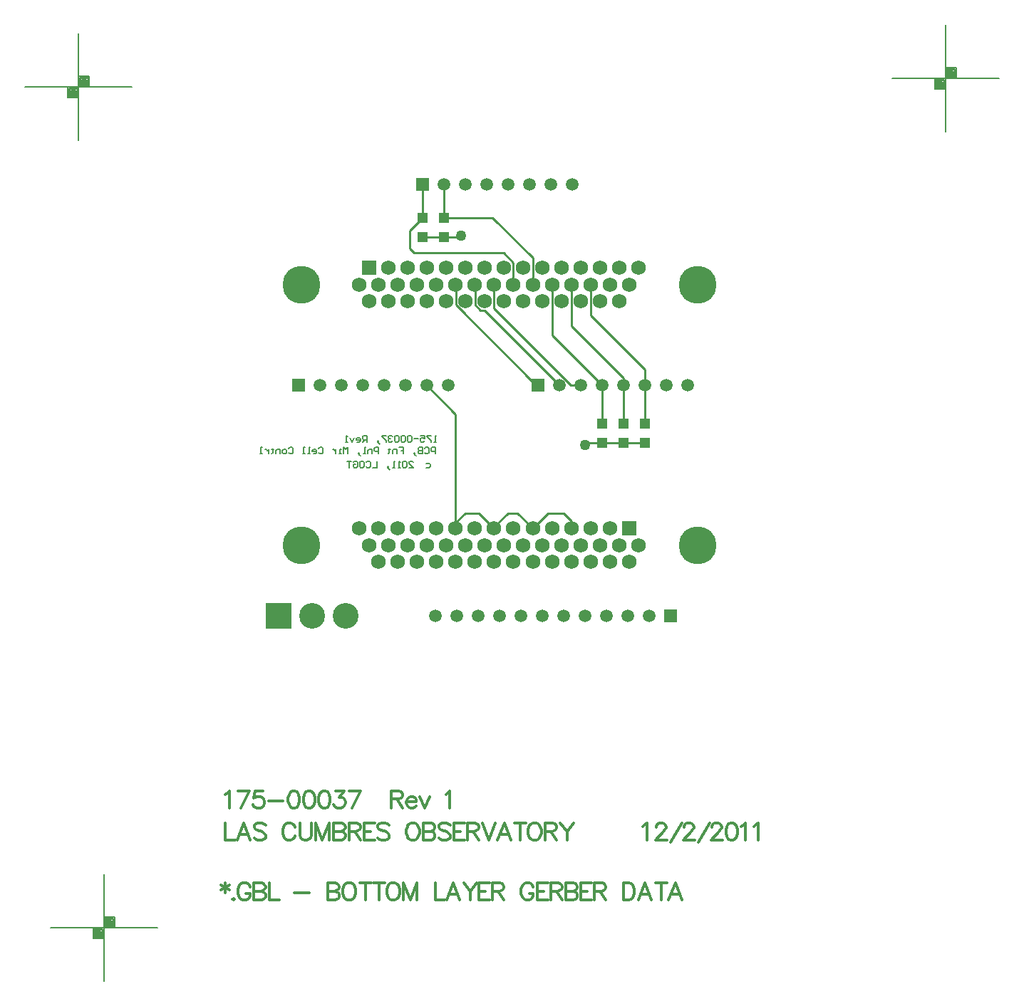
<source format=gbl>
%FSLAX23Y23*%
%MOIN*%
G70*
G01*
G75*
G04 Layer_Physical_Order=4*
G04 Layer_Color=16711680*
%ADD10C,0.010*%
%ADD11C,0.012*%
%ADD12C,0.008*%
%ADD13C,0.012*%
%ADD14C,0.012*%
%ADD15C,0.069*%
%ADD16R,0.069X0.069*%
%ADD17C,0.177*%
%ADD18C,0.059*%
%ADD19R,0.059X0.059*%
%ADD20C,0.120*%
%ADD21R,0.120X0.120*%
%ADD22C,0.050*%
%ADD23C,0.040*%
%ADD24C,0.087*%
G04:AMPARAMS|DCode=25|XSize=87.244mil|YSize=87.244mil|CornerRadius=0mil|HoleSize=0mil|Usage=FLASHONLY|Rotation=0.000|XOffset=0mil|YOffset=0mil|HoleType=Round|Shape=Relief|Width=10mil|Gap=10mil|Entries=4|*
%AMTHD25*
7,0,0,0.087,0.067,0.010,45*
%
%ADD25THD25*%
%ADD26C,0.162*%
%ADD27C,0.075*%
G04:AMPARAMS|DCode=28|XSize=110mil|YSize=110mil|CornerRadius=0mil|HoleSize=0mil|Usage=FLASHONLY|Rotation=0.000|XOffset=0mil|YOffset=0mil|HoleType=Round|Shape=Relief|Width=10mil|Gap=10mil|Entries=4|*
%AMTHD28*
7,0,0,0.110,0.090,0.010,45*
%
%ADD28THD28*%
%ADD29C,0.110*%
%ADD30C,0.068*%
G04:AMPARAMS|DCode=31|XSize=68mil|YSize=68mil|CornerRadius=0mil|HoleSize=0mil|Usage=FLASHONLY|Rotation=0.000|XOffset=0mil|YOffset=0mil|HoleType=Round|Shape=Relief|Width=10mil|Gap=10mil|Entries=4|*
%AMTHD31*
7,0,0,0.068,0.048,0.010,45*
%
%ADD31THD31*%
%ADD32R,0.050X0.050*%
%ADD33C,0.005*%
D10*
X46360Y35661D02*
Y35734D01*
Y35480D02*
Y35661D01*
X46107Y35987D02*
X46360Y35734D01*
X46107Y35987D02*
Y36133D01*
X46017Y35939D02*
Y36133D01*
X45927Y35894D02*
Y36133D01*
X45656Y36020D02*
X45975Y35701D01*
X45610Y36011D02*
X45960Y35661D01*
X45477Y36037D02*
X45852Y35661D01*
X45477Y36037D02*
Y36132D01*
X45852Y35661D02*
X45860D01*
X46260D02*
Y35696D01*
Y35480D02*
Y35661D01*
X46017Y35939D02*
X46260Y35696D01*
X46160Y35480D02*
Y35661D01*
X45927Y35894D02*
X46160Y35661D01*
X45656Y36020D02*
Y36133D01*
X46016Y35661D02*
X46060D01*
X45976Y35701D02*
X46016Y35661D01*
X45975Y35701D02*
X45976D01*
X45593Y36011D02*
X45610D01*
X45567Y36037D02*
X45593Y36011D01*
X45567Y36037D02*
Y36132D01*
X45566Y36133D02*
X45567Y36132D01*
X45476Y36133D02*
X45477Y36132D01*
X45320Y36445D02*
Y36600D01*
X45420Y36445D02*
Y36600D01*
Y36355D02*
X45494D01*
X45320D02*
X45420D01*
Y36445D02*
X45649D01*
X45837Y36258D01*
X45494Y36355D02*
X45500Y36361D01*
X46260Y35390D02*
X46360D01*
X46160D02*
X46260D01*
X46089D02*
X46160D01*
X46080Y35381D02*
X46089Y35390D01*
X45837Y36133D02*
Y36258D01*
X45260Y36385D02*
X45320Y36445D01*
X45260Y36301D02*
Y36385D01*
Y36301D02*
X45280Y36281D01*
X45700D01*
X45746Y36235D01*
Y36134D02*
Y36235D01*
Y36134D02*
X45746Y36133D01*
X45340Y35661D02*
X45476Y35525D01*
Y35017D02*
Y35525D01*
Y35017D02*
X45520Y35061D01*
X45586D01*
X45656Y34991D01*
Y34997D01*
X45720Y35061D01*
X45766D01*
X45837Y34991D01*
X45907Y35061D01*
X45980D01*
X46017Y35024D01*
Y34991D02*
Y35024D01*
D11*
X44398Y33331D02*
Y33285D01*
X44378Y33320D02*
X44417Y33297D01*
Y33320D02*
X44378Y33297D01*
X44437Y33259D02*
X44433Y33255D01*
X44437Y33251D01*
X44441Y33255D01*
X44437Y33259D01*
X44515Y33312D02*
X44511Y33320D01*
X44504Y33327D01*
X44496Y33331D01*
X44481D01*
X44473Y33327D01*
X44466Y33320D01*
X44462Y33312D01*
X44458Y33301D01*
Y33281D01*
X44462Y33270D01*
X44466Y33262D01*
X44473Y33255D01*
X44481Y33251D01*
X44496D01*
X44504Y33255D01*
X44511Y33262D01*
X44515Y33270D01*
Y33281D01*
X44496D02*
X44515D01*
X44533Y33331D02*
Y33251D01*
Y33331D02*
X44568D01*
X44579Y33327D01*
X44583Y33323D01*
X44587Y33316D01*
Y33308D01*
X44583Y33301D01*
X44579Y33297D01*
X44568Y33293D01*
X44533D02*
X44568D01*
X44579Y33289D01*
X44583Y33285D01*
X44587Y33278D01*
Y33266D01*
X44583Y33259D01*
X44579Y33255D01*
X44568Y33251D01*
X44533D01*
X44605Y33331D02*
Y33251D01*
X44650D01*
X44722Y33285D02*
X44791D01*
X44877Y33331D02*
Y33251D01*
Y33331D02*
X44911D01*
X44923Y33327D01*
X44927Y33323D01*
X44930Y33316D01*
Y33308D01*
X44927Y33301D01*
X44923Y33297D01*
X44911Y33293D01*
X44877D02*
X44911D01*
X44923Y33289D01*
X44927Y33285D01*
X44930Y33278D01*
Y33266D01*
X44927Y33259D01*
X44923Y33255D01*
X44911Y33251D01*
X44877D01*
X44971Y33331D02*
X44963Y33327D01*
X44956Y33320D01*
X44952Y33312D01*
X44948Y33301D01*
Y33281D01*
X44952Y33270D01*
X44956Y33262D01*
X44963Y33255D01*
X44971Y33251D01*
X44986D01*
X44994Y33255D01*
X45002Y33262D01*
X45005Y33270D01*
X45009Y33281D01*
Y33301D01*
X45005Y33312D01*
X45002Y33320D01*
X44994Y33327D01*
X44986Y33331D01*
X44971D01*
X45055D02*
Y33251D01*
X45028Y33331D02*
X45081D01*
X45117D02*
Y33251D01*
X45091Y33331D02*
X45144D01*
X45176D02*
X45169Y33327D01*
X45161Y33320D01*
X45157Y33312D01*
X45154Y33301D01*
Y33281D01*
X45157Y33270D01*
X45161Y33262D01*
X45169Y33255D01*
X45176Y33251D01*
X45192D01*
X45199Y33255D01*
X45207Y33262D01*
X45211Y33270D01*
X45214Y33281D01*
Y33301D01*
X45211Y33312D01*
X45207Y33320D01*
X45199Y33327D01*
X45192Y33331D01*
X45176D01*
X45233D02*
Y33251D01*
Y33331D02*
X45264Y33251D01*
X45294Y33331D02*
X45264Y33251D01*
X45294Y33331D02*
Y33251D01*
X45380Y33331D02*
Y33251D01*
X45425D01*
X45495D02*
X45465Y33331D01*
X45434Y33251D01*
X45446Y33278D02*
X45484D01*
X45514Y33331D02*
X45544Y33293D01*
Y33251D01*
X45575Y33331D02*
X45544Y33293D01*
X45635Y33331D02*
X45585D01*
Y33251D01*
X45635D01*
X45585Y33293D02*
X45616D01*
X45648Y33331D02*
Y33251D01*
Y33331D02*
X45682D01*
X45694Y33327D01*
X45697Y33323D01*
X45701Y33316D01*
Y33308D01*
X45697Y33301D01*
X45694Y33297D01*
X45682Y33293D01*
X45648D01*
X45675D02*
X45701Y33251D01*
X45839Y33312D02*
X45835Y33320D01*
X45828Y33327D01*
X45820Y33331D01*
X45805D01*
X45797Y33327D01*
X45790Y33320D01*
X45786Y33312D01*
X45782Y33301D01*
Y33281D01*
X45786Y33270D01*
X45790Y33262D01*
X45797Y33255D01*
X45805Y33251D01*
X45820D01*
X45828Y33255D01*
X45835Y33262D01*
X45839Y33270D01*
Y33281D01*
X45820D02*
X45839D01*
X45907Y33331D02*
X45857D01*
Y33251D01*
X45907D01*
X45857Y33293D02*
X45888D01*
X45920Y33331D02*
Y33251D01*
Y33331D02*
X45955D01*
X45966Y33327D01*
X45970Y33323D01*
X45974Y33316D01*
Y33308D01*
X45970Y33301D01*
X45966Y33297D01*
X45955Y33293D01*
X45920D01*
X45947D02*
X45974Y33251D01*
X45991Y33331D02*
Y33251D01*
Y33331D02*
X46026D01*
X46037Y33327D01*
X46041Y33323D01*
X46045Y33316D01*
Y33308D01*
X46041Y33301D01*
X46037Y33297D01*
X46026Y33293D01*
X45991D02*
X46026D01*
X46037Y33289D01*
X46041Y33285D01*
X46045Y33278D01*
Y33266D01*
X46041Y33259D01*
X46037Y33255D01*
X46026Y33251D01*
X45991D01*
X46112Y33331D02*
X46063D01*
Y33251D01*
X46112D01*
X46063Y33293D02*
X46093D01*
X46126Y33331D02*
Y33251D01*
Y33331D02*
X46160D01*
X46171Y33327D01*
X46175Y33323D01*
X46179Y33316D01*
Y33308D01*
X46175Y33301D01*
X46171Y33297D01*
X46160Y33293D01*
X46126D01*
X46152D02*
X46179Y33251D01*
X46260Y33331D02*
Y33251D01*
Y33331D02*
X46286D01*
X46298Y33327D01*
X46305Y33320D01*
X46309Y33312D01*
X46313Y33301D01*
Y33281D01*
X46309Y33270D01*
X46305Y33262D01*
X46298Y33255D01*
X46286Y33251D01*
X46260D01*
X46392D02*
X46361Y33331D01*
X46331Y33251D01*
X46342Y33278D02*
X46380D01*
X46437Y33331D02*
Y33251D01*
X46410Y33331D02*
X46464D01*
X46534Y33251D02*
X46504Y33331D01*
X46473Y33251D01*
X46485Y33278D02*
X46523D01*
D12*
X47518Y37098D02*
X48018D01*
X47768Y36848D02*
Y37348D01*
X47818Y37098D02*
Y37148D01*
X47768D02*
X47818D01*
X47718Y37048D02*
Y37098D01*
Y37048D02*
X47768D01*
X47723Y37093D02*
X47763D01*
X47723Y37053D02*
Y37093D01*
Y37053D02*
X47763D01*
Y37093D01*
X47728Y37088D02*
X47758D01*
X47728Y37058D02*
Y37088D01*
Y37058D02*
X47758D01*
Y37083D01*
X47733D02*
X47753D01*
X47733Y37063D02*
Y37083D01*
Y37063D02*
X47753D01*
Y37078D01*
X47738D02*
X47748D01*
X47738Y37068D02*
Y37078D01*
Y37068D02*
X47748D01*
Y37078D01*
X47738Y37073D02*
X47748D01*
X47773Y37143D02*
X47813D01*
X47773Y37103D02*
Y37143D01*
Y37103D02*
X47813D01*
Y37143D01*
X47778Y37138D02*
X47808D01*
X47778Y37108D02*
Y37138D01*
Y37108D02*
X47808D01*
Y37133D01*
X47783D02*
X47803D01*
X47783Y37113D02*
Y37133D01*
Y37113D02*
X47803D01*
Y37128D01*
X47788D02*
X47798D01*
X47788Y37118D02*
Y37128D01*
Y37118D02*
X47798D01*
Y37128D01*
X47788Y37123D02*
X47798D01*
X43463Y37058D02*
X43963D01*
X43713Y36808D02*
Y37308D01*
X43763Y37058D02*
Y37108D01*
X43713D02*
X43763D01*
X43663Y37008D02*
Y37058D01*
Y37008D02*
X43713D01*
X43668Y37053D02*
X43708D01*
X43668Y37013D02*
Y37053D01*
Y37013D02*
X43708D01*
Y37053D01*
X43673Y37048D02*
X43703D01*
X43673Y37018D02*
Y37048D01*
Y37018D02*
X43703D01*
Y37043D01*
X43678D02*
X43698D01*
X43678Y37023D02*
Y37043D01*
Y37023D02*
X43698D01*
Y37038D01*
X43683D02*
X43693D01*
X43683Y37028D02*
Y37038D01*
Y37028D02*
X43693D01*
Y37038D01*
X43683Y37033D02*
X43693D01*
X43718Y37103D02*
X43758D01*
X43718Y37063D02*
Y37103D01*
Y37063D02*
X43758D01*
Y37103D01*
X43723Y37098D02*
X43753D01*
X43723Y37068D02*
Y37098D01*
Y37068D02*
X43753D01*
Y37093D01*
X43728D02*
X43748D01*
X43728Y37073D02*
Y37093D01*
Y37073D02*
X43748D01*
Y37088D01*
X43733D02*
X43743D01*
X43733Y37078D02*
Y37088D01*
Y37078D02*
X43743D01*
Y37088D01*
X43733Y37083D02*
X43743D01*
X43581Y33121D02*
X44081D01*
X43831Y32871D02*
Y33371D01*
X43881Y33121D02*
Y33171D01*
X43831D02*
X43881D01*
X43781Y33071D02*
Y33121D01*
Y33071D02*
X43831D01*
X43786Y33116D02*
X43826D01*
X43786Y33076D02*
Y33116D01*
Y33076D02*
X43826D01*
Y33116D01*
X43791Y33111D02*
X43821D01*
X43791Y33081D02*
Y33111D01*
Y33081D02*
X43821D01*
Y33106D01*
X43796D02*
X43816D01*
X43796Y33086D02*
Y33106D01*
Y33086D02*
X43816D01*
Y33101D01*
X43801D02*
X43811D01*
X43801Y33091D02*
Y33101D01*
Y33091D02*
X43811D01*
Y33101D01*
X43801Y33096D02*
X43811D01*
X43836Y33166D02*
X43876D01*
X43836Y33126D02*
Y33166D01*
Y33126D02*
X43876D01*
Y33166D01*
X43841Y33161D02*
X43871D01*
X43841Y33131D02*
Y33161D01*
Y33131D02*
X43871D01*
Y33156D01*
X43846D02*
X43866D01*
X43846Y33136D02*
Y33156D01*
Y33136D02*
X43866D01*
Y33151D01*
X43851D02*
X43861D01*
X43851Y33141D02*
Y33151D01*
Y33141D02*
X43861D01*
Y33151D01*
X43851Y33146D02*
X43861D01*
D13*
X44399Y33746D02*
X44407Y33750D01*
X44419Y33762D01*
Y33682D01*
X44511Y33762D02*
X44473Y33682D01*
X44458Y33762D02*
X44511D01*
X44575D02*
X44537D01*
X44533Y33727D01*
X44537Y33731D01*
X44548Y33735D01*
X44560D01*
X44571Y33731D01*
X44579Y33724D01*
X44583Y33712D01*
Y33704D01*
X44579Y33693D01*
X44571Y33685D01*
X44560Y33682D01*
X44548D01*
X44537Y33685D01*
X44533Y33689D01*
X44529Y33697D01*
X44601Y33716D02*
X44669D01*
X44716Y33762D02*
X44704Y33758D01*
X44697Y33746D01*
X44693Y33727D01*
Y33716D01*
X44697Y33697D01*
X44704Y33685D01*
X44716Y33682D01*
X44723D01*
X44735Y33685D01*
X44742Y33697D01*
X44746Y33716D01*
Y33727D01*
X44742Y33746D01*
X44735Y33758D01*
X44723Y33762D01*
X44716D01*
X44787D02*
X44775Y33758D01*
X44768Y33746D01*
X44764Y33727D01*
Y33716D01*
X44768Y33697D01*
X44775Y33685D01*
X44787Y33682D01*
X44794D01*
X44806Y33685D01*
X44814Y33697D01*
X44817Y33716D01*
Y33727D01*
X44814Y33746D01*
X44806Y33758D01*
X44794Y33762D01*
X44787D01*
X44858D02*
X44847Y33758D01*
X44839Y33746D01*
X44835Y33727D01*
Y33716D01*
X44839Y33697D01*
X44847Y33685D01*
X44858Y33682D01*
X44866D01*
X44877Y33685D01*
X44885Y33697D01*
X44889Y33716D01*
Y33727D01*
X44885Y33746D01*
X44877Y33758D01*
X44866Y33762D01*
X44858D01*
X44914D02*
X44956D01*
X44933Y33731D01*
X44945D01*
X44952Y33727D01*
X44956Y33724D01*
X44960Y33712D01*
Y33704D01*
X44956Y33693D01*
X44948Y33685D01*
X44937Y33682D01*
X44925D01*
X44914Y33685D01*
X44910Y33689D01*
X44906Y33697D01*
X45031Y33762D02*
X44993Y33682D01*
X44978Y33762D02*
X45031D01*
X45175D02*
Y33682D01*
Y33762D02*
X45209D01*
X45220Y33758D01*
X45224Y33754D01*
X45228Y33746D01*
Y33739D01*
X45224Y33731D01*
X45220Y33727D01*
X45209Y33724D01*
X45175D01*
X45201D02*
X45228Y33682D01*
X45246Y33712D02*
X45291D01*
Y33720D01*
X45288Y33727D01*
X45284Y33731D01*
X45276Y33735D01*
X45265D01*
X45257Y33731D01*
X45250Y33724D01*
X45246Y33712D01*
Y33704D01*
X45250Y33693D01*
X45257Y33685D01*
X45265Y33682D01*
X45276D01*
X45284Y33685D01*
X45291Y33693D01*
X45309Y33735D02*
X45331Y33682D01*
X45354Y33735D02*
X45331Y33682D01*
X45430Y33746D02*
X45438Y33750D01*
X45449Y33762D01*
Y33682D01*
D14*
X44399Y33612D02*
Y33532D01*
X44445D01*
X44515D02*
X44484Y33612D01*
X44454Y33532D01*
X44465Y33558D02*
X44503D01*
X44587Y33600D02*
X44579Y33608D01*
X44568Y33612D01*
X44553D01*
X44541Y33608D01*
X44534Y33600D01*
Y33593D01*
X44537Y33585D01*
X44541Y33581D01*
X44549Y33577D01*
X44572Y33570D01*
X44579Y33566D01*
X44583Y33562D01*
X44587Y33554D01*
Y33543D01*
X44579Y33535D01*
X44568Y33532D01*
X44553D01*
X44541Y33535D01*
X44534Y33543D01*
X44725Y33593D02*
X44721Y33600D01*
X44713Y33608D01*
X44706Y33612D01*
X44690D01*
X44683Y33608D01*
X44675Y33600D01*
X44671Y33593D01*
X44668Y33581D01*
Y33562D01*
X44671Y33551D01*
X44675Y33543D01*
X44683Y33535D01*
X44690Y33532D01*
X44706D01*
X44713Y33535D01*
X44721Y33543D01*
X44725Y33551D01*
X44747Y33612D02*
Y33554D01*
X44751Y33543D01*
X44759Y33535D01*
X44770Y33532D01*
X44778D01*
X44789Y33535D01*
X44797Y33543D01*
X44801Y33554D01*
Y33612D01*
X44823D02*
Y33532D01*
Y33612D02*
X44853Y33532D01*
X44884Y33612D02*
X44853Y33532D01*
X44884Y33612D02*
Y33532D01*
X44906Y33612D02*
Y33532D01*
Y33612D02*
X44941D01*
X44952Y33608D01*
X44956Y33604D01*
X44960Y33596D01*
Y33589D01*
X44956Y33581D01*
X44952Y33577D01*
X44941Y33573D01*
X44906D02*
X44941D01*
X44952Y33570D01*
X44956Y33566D01*
X44960Y33558D01*
Y33547D01*
X44956Y33539D01*
X44952Y33535D01*
X44941Y33532D01*
X44906D01*
X44978Y33612D02*
Y33532D01*
Y33612D02*
X45012D01*
X45023Y33608D01*
X45027Y33604D01*
X45031Y33596D01*
Y33589D01*
X45027Y33581D01*
X45023Y33577D01*
X45012Y33573D01*
X44978D01*
X45004D02*
X45031Y33532D01*
X45098Y33612D02*
X45049D01*
Y33532D01*
X45098D01*
X45049Y33573D02*
X45079D01*
X45165Y33600D02*
X45157Y33608D01*
X45146Y33612D01*
X45131D01*
X45119Y33608D01*
X45112Y33600D01*
Y33593D01*
X45116Y33585D01*
X45119Y33581D01*
X45127Y33577D01*
X45150Y33570D01*
X45157Y33566D01*
X45161Y33562D01*
X45165Y33554D01*
Y33543D01*
X45157Y33535D01*
X45146Y33532D01*
X45131D01*
X45119Y33535D01*
X45112Y33543D01*
X45269Y33612D02*
X45261Y33608D01*
X45253Y33600D01*
X45250Y33593D01*
X45246Y33581D01*
Y33562D01*
X45250Y33551D01*
X45253Y33543D01*
X45261Y33535D01*
X45269Y33532D01*
X45284D01*
X45291Y33535D01*
X45299Y33543D01*
X45303Y33551D01*
X45307Y33562D01*
Y33581D01*
X45303Y33593D01*
X45299Y33600D01*
X45291Y33608D01*
X45284Y33612D01*
X45269D01*
X45325D02*
Y33532D01*
Y33612D02*
X45360D01*
X45371Y33608D01*
X45375Y33604D01*
X45379Y33596D01*
Y33589D01*
X45375Y33581D01*
X45371Y33577D01*
X45360Y33573D01*
X45325D02*
X45360D01*
X45371Y33570D01*
X45375Y33566D01*
X45379Y33558D01*
Y33547D01*
X45375Y33539D01*
X45371Y33535D01*
X45360Y33532D01*
X45325D01*
X45450Y33600D02*
X45442Y33608D01*
X45431Y33612D01*
X45416D01*
X45404Y33608D01*
X45397Y33600D01*
Y33593D01*
X45400Y33585D01*
X45404Y33581D01*
X45412Y33577D01*
X45435Y33570D01*
X45442Y33566D01*
X45446Y33562D01*
X45450Y33554D01*
Y33543D01*
X45442Y33535D01*
X45431Y33532D01*
X45416D01*
X45404Y33535D01*
X45397Y33543D01*
X45517Y33612D02*
X45468D01*
Y33532D01*
X45517D01*
X45468Y33573D02*
X45498D01*
X45531Y33612D02*
Y33532D01*
Y33612D02*
X45565D01*
X45576Y33608D01*
X45580Y33604D01*
X45584Y33596D01*
Y33589D01*
X45580Y33581D01*
X45576Y33577D01*
X45565Y33573D01*
X45531D01*
X45557D02*
X45584Y33532D01*
X45602Y33612D02*
X45632Y33532D01*
X45663Y33612D02*
X45632Y33532D01*
X45734D02*
X45704Y33612D01*
X45673Y33532D01*
X45685Y33558D02*
X45723D01*
X45779Y33612D02*
Y33532D01*
X45753Y33612D02*
X45806D01*
X45838D02*
X45831Y33608D01*
X45823Y33600D01*
X45819Y33593D01*
X45816Y33581D01*
Y33562D01*
X45819Y33551D01*
X45823Y33543D01*
X45831Y33535D01*
X45838Y33532D01*
X45854D01*
X45861Y33535D01*
X45869Y33543D01*
X45873Y33551D01*
X45877Y33562D01*
Y33581D01*
X45873Y33593D01*
X45869Y33600D01*
X45861Y33608D01*
X45854Y33612D01*
X45838D01*
X45895D02*
Y33532D01*
Y33612D02*
X45929D01*
X45941Y33608D01*
X45945Y33604D01*
X45948Y33596D01*
Y33589D01*
X45945Y33581D01*
X45941Y33577D01*
X45929Y33573D01*
X45895D01*
X45922D02*
X45948Y33532D01*
X45966Y33612D02*
X45997Y33573D01*
Y33532D01*
X46027Y33612D02*
X45997Y33573D01*
X46352Y33596D02*
X46359Y33600D01*
X46371Y33612D01*
Y33532D01*
X46414Y33593D02*
Y33596D01*
X46418Y33604D01*
X46422Y33608D01*
X46430Y33612D01*
X46445D01*
X46452Y33608D01*
X46456Y33604D01*
X46460Y33596D01*
Y33589D01*
X46456Y33581D01*
X46449Y33570D01*
X46410Y33532D01*
X46464D01*
X46482Y33520D02*
X46535Y33612D01*
X46544Y33593D02*
Y33596D01*
X46548Y33604D01*
X46552Y33608D01*
X46559Y33612D01*
X46575D01*
X46582Y33608D01*
X46586Y33604D01*
X46590Y33596D01*
Y33589D01*
X46586Y33581D01*
X46578Y33570D01*
X46540Y33532D01*
X46594D01*
X46612Y33520D02*
X46665Y33612D01*
X46674Y33593D02*
Y33596D01*
X46678Y33604D01*
X46682Y33608D01*
X46689Y33612D01*
X46705D01*
X46712Y33608D01*
X46716Y33604D01*
X46720Y33596D01*
Y33589D01*
X46716Y33581D01*
X46708Y33570D01*
X46670Y33532D01*
X46724D01*
X46764Y33612D02*
X46753Y33608D01*
X46745Y33596D01*
X46741Y33577D01*
Y33566D01*
X46745Y33547D01*
X46753Y33535D01*
X46764Y33532D01*
X46772D01*
X46783Y33535D01*
X46791Y33547D01*
X46795Y33566D01*
Y33577D01*
X46791Y33596D01*
X46783Y33608D01*
X46772Y33612D01*
X46764D01*
X46813Y33596D02*
X46820Y33600D01*
X46832Y33612D01*
Y33532D01*
X46871Y33596D02*
X46879Y33600D01*
X46890Y33612D01*
Y33532D01*
D15*
X46242Y36055D02*
D03*
X46152D02*
D03*
X46062D02*
D03*
X45972D02*
D03*
X45882D02*
D03*
X45792D02*
D03*
X45701D02*
D03*
X45611D02*
D03*
X45521D02*
D03*
X45431D02*
D03*
X45341D02*
D03*
X45251D02*
D03*
X45160D02*
D03*
X45070D02*
D03*
X46287Y36133D02*
D03*
X46197D02*
D03*
X46107D02*
D03*
X46017D02*
D03*
X45927D02*
D03*
X45837D02*
D03*
X45746D02*
D03*
X45656D02*
D03*
X45566D02*
D03*
X45476D02*
D03*
X45386D02*
D03*
X45296D02*
D03*
X45206D02*
D03*
X45115D02*
D03*
X45025D02*
D03*
X46332Y36211D02*
D03*
X46242D02*
D03*
X46152D02*
D03*
X46062D02*
D03*
X45972D02*
D03*
X45882D02*
D03*
X45792D02*
D03*
X45701D02*
D03*
X45611D02*
D03*
X45521D02*
D03*
X45431D02*
D03*
X45341D02*
D03*
X45251D02*
D03*
X45160D02*
D03*
X46197Y34991D02*
D03*
X46107D02*
D03*
X46017D02*
D03*
X45927D02*
D03*
X45837D02*
D03*
X45746D02*
D03*
X45656D02*
D03*
X45566D02*
D03*
X45476D02*
D03*
X45386D02*
D03*
X45296D02*
D03*
X45206D02*
D03*
X45115D02*
D03*
X45025D02*
D03*
X46332Y34913D02*
D03*
X46242D02*
D03*
X46152D02*
D03*
X46062D02*
D03*
X45972D02*
D03*
X45882D02*
D03*
X45792D02*
D03*
X45701D02*
D03*
X45611D02*
D03*
X45521D02*
D03*
X45431D02*
D03*
X45341D02*
D03*
X45251D02*
D03*
X45160D02*
D03*
X45070D02*
D03*
X46287Y34835D02*
D03*
X46197D02*
D03*
X46107D02*
D03*
X46017D02*
D03*
X45927D02*
D03*
X45837D02*
D03*
X45746D02*
D03*
X45656D02*
D03*
X45566D02*
D03*
X45476D02*
D03*
X45386D02*
D03*
X45296D02*
D03*
X45206D02*
D03*
X45115D02*
D03*
D16*
X45070Y36211D02*
D03*
X46287Y34991D02*
D03*
D17*
X46607Y36133D02*
D03*
X44755D02*
D03*
Y34913D02*
D03*
X46607D02*
D03*
D18*
X45380Y34580D02*
D03*
X45480D02*
D03*
X45580D02*
D03*
X45680D02*
D03*
X45780D02*
D03*
X45880D02*
D03*
X45980D02*
D03*
X46080D02*
D03*
X46180D02*
D03*
X46280D02*
D03*
X46380D02*
D03*
X45440Y35661D02*
D03*
X45340D02*
D03*
X45240D02*
D03*
X45140D02*
D03*
X45040D02*
D03*
X44940D02*
D03*
X44840D02*
D03*
X46020Y36600D02*
D03*
X45920D02*
D03*
X45820D02*
D03*
X45720D02*
D03*
X45620D02*
D03*
X45520D02*
D03*
X45420D02*
D03*
X46560Y35661D02*
D03*
X46460D02*
D03*
X46360D02*
D03*
X46260D02*
D03*
X46160D02*
D03*
X46060D02*
D03*
X45960D02*
D03*
D19*
X46480Y34580D02*
D03*
X44740Y35661D02*
D03*
X45320Y36600D02*
D03*
X45860Y35661D02*
D03*
D20*
X44960Y34580D02*
D03*
X44804D02*
D03*
D21*
X44648D02*
D03*
D22*
X45500Y36361D02*
D03*
X46080Y35381D02*
D03*
D32*
X46160Y35480D02*
D03*
Y35390D02*
D03*
X46260Y35480D02*
D03*
Y35390D02*
D03*
X46360Y35480D02*
D03*
Y35390D02*
D03*
X45420Y36445D02*
D03*
Y36355D02*
D03*
X45320Y36445D02*
D03*
Y36355D02*
D03*
D33*
X45257Y35276D02*
X45277D01*
X45257Y35296D01*
Y35301D01*
X45262Y35306D01*
X45272D01*
X45277Y35301D01*
X45247D02*
X45242Y35306D01*
X45232D01*
X45227Y35301D01*
Y35281D01*
X45232Y35276D01*
X45242D01*
X45247Y35281D01*
Y35301D01*
X45217Y35276D02*
X45207D01*
X45212D01*
Y35306D01*
X45217Y35301D01*
X45192Y35276D02*
X45182D01*
X45187D01*
Y35306D01*
X45192Y35301D01*
X45162Y35271D02*
X45157Y35276D01*
Y35281D01*
X45162D01*
Y35276D01*
X45157D01*
X45162Y35271D01*
X45167Y35266D01*
X45107Y35306D02*
Y35276D01*
X45087D01*
X45057Y35301D02*
X45062Y35306D01*
X45072D01*
X45077Y35301D01*
Y35281D01*
X45072Y35276D01*
X45062D01*
X45057Y35281D01*
X45032Y35306D02*
X45042D01*
X45047Y35301D01*
Y35281D01*
X45042Y35276D01*
X45032D01*
X45027Y35281D01*
Y35301D01*
X45032Y35306D01*
X44997Y35301D02*
X45002Y35306D01*
X45012D01*
X45017Y35301D01*
Y35281D01*
X45012Y35276D01*
X45002D01*
X44997Y35281D01*
Y35291D01*
X45007D01*
X44987Y35306D02*
X44967D01*
X44977D01*
Y35276D01*
X45337Y35296D02*
X45352D01*
X45357Y35291D01*
Y35281D01*
X45352Y35276D01*
X45337D01*
X45380Y35341D02*
Y35371D01*
X45365D01*
X45360Y35366D01*
Y35356D01*
X45365Y35351D01*
X45380D01*
X45330Y35366D02*
X45335Y35371D01*
X45345D01*
X45350Y35366D01*
Y35346D01*
X45345Y35341D01*
X45335D01*
X45330Y35346D01*
X45320Y35371D02*
Y35341D01*
X45305D01*
X45300Y35346D01*
Y35351D01*
X45305Y35356D01*
X45320D01*
X45305D01*
X45300Y35361D01*
Y35366D01*
X45305Y35371D01*
X45320D01*
X45285Y35336D02*
X45280Y35341D01*
Y35346D01*
X45285D01*
Y35341D01*
X45280D01*
X45285Y35336D01*
X45290Y35331D01*
X45210Y35371D02*
X45230D01*
Y35356D01*
X45220D01*
X45230D01*
Y35341D01*
X45200D02*
Y35361D01*
X45185D01*
X45180Y35356D01*
Y35341D01*
X45165Y35366D02*
Y35361D01*
X45170D01*
X45160D01*
X45165D01*
Y35346D01*
X45160Y35341D01*
X45115D02*
Y35371D01*
X45100D01*
X45095Y35366D01*
Y35356D01*
X45100Y35351D01*
X45115D01*
X45085Y35341D02*
Y35361D01*
X45070D01*
X45065Y35356D01*
Y35341D01*
X45055D02*
X45045D01*
X45050D01*
Y35371D01*
X45055D01*
X45025Y35336D02*
X45020Y35341D01*
Y35346D01*
X45025D01*
Y35341D01*
X45020D01*
X45025Y35336D01*
X45030Y35331D01*
X44970Y35341D02*
Y35371D01*
X44960Y35361D01*
X44950Y35371D01*
Y35341D01*
X44940D02*
X44930D01*
X44935D01*
Y35361D01*
X44940D01*
X44915D02*
Y35341D01*
Y35351D01*
X44910Y35356D01*
X44905Y35361D01*
X44900D01*
X44835Y35366D02*
X44840Y35371D01*
X44850D01*
X44855Y35366D01*
Y35346D01*
X44850Y35341D01*
X44840D01*
X44835Y35346D01*
X44810Y35341D02*
X44820D01*
X44825Y35346D01*
Y35356D01*
X44820Y35361D01*
X44810D01*
X44805Y35356D01*
Y35351D01*
X44825D01*
X44795Y35341D02*
X44785D01*
X44790D01*
Y35371D01*
X44795D01*
X44770Y35341D02*
X44760D01*
X44765D01*
Y35371D01*
X44770D01*
X44695Y35366D02*
X44700Y35371D01*
X44710D01*
X44715Y35366D01*
Y35346D01*
X44710Y35341D01*
X44700D01*
X44695Y35346D01*
X44680Y35341D02*
X44670D01*
X44665Y35346D01*
Y35356D01*
X44670Y35361D01*
X44680D01*
X44685Y35356D01*
Y35346D01*
X44680Y35341D01*
X44655D02*
Y35361D01*
X44640D01*
X44635Y35356D01*
Y35341D01*
X44620Y35366D02*
Y35361D01*
X44625D01*
X44615D01*
X44620D01*
Y35346D01*
X44615Y35341D01*
X44600Y35361D02*
Y35341D01*
Y35351D01*
X44595Y35356D01*
X44590Y35361D01*
X44585D01*
X44570Y35341D02*
X44560D01*
X44565D01*
Y35371D01*
X44570D01*
X45385Y35396D02*
X45375D01*
X45380D01*
Y35426D01*
X45385Y35421D01*
X45360Y35426D02*
X45340D01*
Y35421D01*
X45360Y35401D01*
Y35396D01*
X45310Y35426D02*
X45330D01*
Y35411D01*
X45320Y35416D01*
X45315D01*
X45310Y35411D01*
Y35401D01*
X45315Y35396D01*
X45325D01*
X45330Y35401D01*
X45300Y35411D02*
X45280D01*
X45270Y35421D02*
X45265Y35426D01*
X45255D01*
X45250Y35421D01*
Y35401D01*
X45255Y35396D01*
X45265D01*
X45270Y35401D01*
Y35421D01*
X45240D02*
X45235Y35426D01*
X45225D01*
X45220Y35421D01*
Y35401D01*
X45225Y35396D01*
X45235D01*
X45240Y35401D01*
Y35421D01*
X45210D02*
X45205Y35426D01*
X45195D01*
X45190Y35421D01*
Y35401D01*
X45195Y35396D01*
X45205D01*
X45210Y35401D01*
Y35421D01*
X45180D02*
X45175Y35426D01*
X45165D01*
X45160Y35421D01*
Y35416D01*
X45165Y35411D01*
X45170D01*
X45165D01*
X45160Y35406D01*
Y35401D01*
X45165Y35396D01*
X45175D01*
X45180Y35401D01*
X45150Y35426D02*
X45130D01*
Y35421D01*
X45150Y35401D01*
Y35396D01*
X45115Y35391D02*
X45110Y35396D01*
Y35401D01*
X45115D01*
Y35396D01*
X45110D01*
X45115Y35391D01*
X45120Y35386D01*
X45060Y35396D02*
Y35426D01*
X45045D01*
X45040Y35421D01*
Y35411D01*
X45045Y35406D01*
X45060D01*
X45050D02*
X45040Y35396D01*
X45015D02*
X45025D01*
X45030Y35401D01*
Y35411D01*
X45025Y35416D01*
X45015D01*
X45010Y35411D01*
Y35406D01*
X45030D01*
X45000Y35416D02*
X44990Y35396D01*
X44980Y35416D01*
X44970Y35396D02*
X44960D01*
X44965D01*
Y35426D01*
X44970Y35421D01*
M02*

</source>
